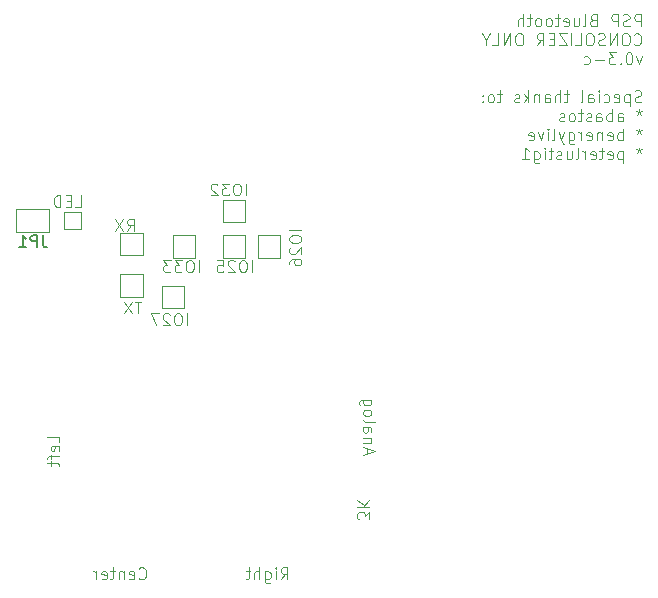
<source format=gbr>
%TF.GenerationSoftware,KiCad,Pcbnew,8.0.4*%
%TF.CreationDate,2025-01-08T21:09:23+00:00*%
%TF.ProjectId,esp32-c,65737033-322d-4632-9e6b-696361645f70,rev?*%
%TF.SameCoordinates,Original*%
%TF.FileFunction,Legend,Bot*%
%TF.FilePolarity,Positive*%
%FSLAX46Y46*%
G04 Gerber Fmt 4.6, Leading zero omitted, Abs format (unit mm)*
G04 Created by KiCad (PCBNEW 8.0.4) date 2025-01-08 21:09:23*
%MOMM*%
%LPD*%
G01*
G04 APERTURE LIST*
%ADD10C,0.100000*%
%ADD11C,0.150000*%
%ADD12C,0.120000*%
%ADD13C,1.800000*%
%ADD14C,1.300000*%
%ADD15O,1.300000X1.800000*%
%ADD16R,1.000000X1.500000*%
%ADD17R,1.500000X1.500000*%
%ADD18R,1.000000X1.000000*%
G04 APERTURE END LIST*
D10*
X136124687Y-124372419D02*
X136458020Y-123896228D01*
X136696115Y-124372419D02*
X136696115Y-123372419D01*
X136696115Y-123372419D02*
X136315163Y-123372419D01*
X136315163Y-123372419D02*
X136219925Y-123420038D01*
X136219925Y-123420038D02*
X136172306Y-123467657D01*
X136172306Y-123467657D02*
X136124687Y-123562895D01*
X136124687Y-123562895D02*
X136124687Y-123705752D01*
X136124687Y-123705752D02*
X136172306Y-123800990D01*
X136172306Y-123800990D02*
X136219925Y-123848609D01*
X136219925Y-123848609D02*
X136315163Y-123896228D01*
X136315163Y-123896228D02*
X136696115Y-123896228D01*
X135696115Y-124372419D02*
X135696115Y-123705752D01*
X135696115Y-123372419D02*
X135743734Y-123420038D01*
X135743734Y-123420038D02*
X135696115Y-123467657D01*
X135696115Y-123467657D02*
X135648496Y-123420038D01*
X135648496Y-123420038D02*
X135696115Y-123372419D01*
X135696115Y-123372419D02*
X135696115Y-123467657D01*
X134791354Y-123705752D02*
X134791354Y-124515276D01*
X134791354Y-124515276D02*
X134838973Y-124610514D01*
X134838973Y-124610514D02*
X134886592Y-124658133D01*
X134886592Y-124658133D02*
X134981830Y-124705752D01*
X134981830Y-124705752D02*
X135124687Y-124705752D01*
X135124687Y-124705752D02*
X135219925Y-124658133D01*
X134791354Y-124324800D02*
X134886592Y-124372419D01*
X134886592Y-124372419D02*
X135077068Y-124372419D01*
X135077068Y-124372419D02*
X135172306Y-124324800D01*
X135172306Y-124324800D02*
X135219925Y-124277180D01*
X135219925Y-124277180D02*
X135267544Y-124181942D01*
X135267544Y-124181942D02*
X135267544Y-123896228D01*
X135267544Y-123896228D02*
X135219925Y-123800990D01*
X135219925Y-123800990D02*
X135172306Y-123753371D01*
X135172306Y-123753371D02*
X135077068Y-123705752D01*
X135077068Y-123705752D02*
X134886592Y-123705752D01*
X134886592Y-123705752D02*
X134791354Y-123753371D01*
X134315163Y-124372419D02*
X134315163Y-123372419D01*
X133886592Y-124372419D02*
X133886592Y-123848609D01*
X133886592Y-123848609D02*
X133934211Y-123753371D01*
X133934211Y-123753371D02*
X134029449Y-123705752D01*
X134029449Y-123705752D02*
X134172306Y-123705752D01*
X134172306Y-123705752D02*
X134267544Y-123753371D01*
X134267544Y-123753371D02*
X134315163Y-123800990D01*
X133553258Y-123705752D02*
X133172306Y-123705752D01*
X133410401Y-123372419D02*
X133410401Y-124229561D01*
X133410401Y-124229561D02*
X133362782Y-124324800D01*
X133362782Y-124324800D02*
X133267544Y-124372419D01*
X133267544Y-124372419D02*
X133172306Y-124372419D01*
X124338972Y-100872419D02*
X123767544Y-100872419D01*
X124053258Y-101872419D02*
X124053258Y-100872419D01*
X123529448Y-100872419D02*
X122862782Y-101872419D01*
X122862782Y-100872419D02*
X123529448Y-101872419D01*
X133196115Y-91872419D02*
X133196115Y-90872419D01*
X132529449Y-90872419D02*
X132338973Y-90872419D01*
X132338973Y-90872419D02*
X132243735Y-90920038D01*
X132243735Y-90920038D02*
X132148497Y-91015276D01*
X132148497Y-91015276D02*
X132100878Y-91205752D01*
X132100878Y-91205752D02*
X132100878Y-91539085D01*
X132100878Y-91539085D02*
X132148497Y-91729561D01*
X132148497Y-91729561D02*
X132243735Y-91824800D01*
X132243735Y-91824800D02*
X132338973Y-91872419D01*
X132338973Y-91872419D02*
X132529449Y-91872419D01*
X132529449Y-91872419D02*
X132624687Y-91824800D01*
X132624687Y-91824800D02*
X132719925Y-91729561D01*
X132719925Y-91729561D02*
X132767544Y-91539085D01*
X132767544Y-91539085D02*
X132767544Y-91205752D01*
X132767544Y-91205752D02*
X132719925Y-91015276D01*
X132719925Y-91015276D02*
X132624687Y-90920038D01*
X132624687Y-90920038D02*
X132529449Y-90872419D01*
X131767544Y-90872419D02*
X131148497Y-90872419D01*
X131148497Y-90872419D02*
X131481830Y-91253371D01*
X131481830Y-91253371D02*
X131338973Y-91253371D01*
X131338973Y-91253371D02*
X131243735Y-91300990D01*
X131243735Y-91300990D02*
X131196116Y-91348609D01*
X131196116Y-91348609D02*
X131148497Y-91443847D01*
X131148497Y-91443847D02*
X131148497Y-91681942D01*
X131148497Y-91681942D02*
X131196116Y-91777180D01*
X131196116Y-91777180D02*
X131243735Y-91824800D01*
X131243735Y-91824800D02*
X131338973Y-91872419D01*
X131338973Y-91872419D02*
X131624687Y-91872419D01*
X131624687Y-91872419D02*
X131719925Y-91824800D01*
X131719925Y-91824800D02*
X131767544Y-91777180D01*
X130767544Y-90967657D02*
X130719925Y-90920038D01*
X130719925Y-90920038D02*
X130624687Y-90872419D01*
X130624687Y-90872419D02*
X130386592Y-90872419D01*
X130386592Y-90872419D02*
X130291354Y-90920038D01*
X130291354Y-90920038D02*
X130243735Y-90967657D01*
X130243735Y-90967657D02*
X130196116Y-91062895D01*
X130196116Y-91062895D02*
X130196116Y-91158133D01*
X130196116Y-91158133D02*
X130243735Y-91300990D01*
X130243735Y-91300990D02*
X130815163Y-91872419D01*
X130815163Y-91872419D02*
X130196116Y-91872419D01*
X118719925Y-92872419D02*
X119196115Y-92872419D01*
X119196115Y-92872419D02*
X119196115Y-91872419D01*
X118386591Y-92348609D02*
X118053258Y-92348609D01*
X117910401Y-92872419D02*
X118386591Y-92872419D01*
X118386591Y-92872419D02*
X118386591Y-91872419D01*
X118386591Y-91872419D02*
X117910401Y-91872419D01*
X117481829Y-92872419D02*
X117481829Y-91872419D01*
X117481829Y-91872419D02*
X117243734Y-91872419D01*
X117243734Y-91872419D02*
X117100877Y-91920038D01*
X117100877Y-91920038D02*
X117005639Y-92015276D01*
X117005639Y-92015276D02*
X116958020Y-92110514D01*
X116958020Y-92110514D02*
X116910401Y-92300990D01*
X116910401Y-92300990D02*
X116910401Y-92443847D01*
X116910401Y-92443847D02*
X116958020Y-92634323D01*
X116958020Y-92634323D02*
X117005639Y-92729561D01*
X117005639Y-92729561D02*
X117100877Y-92824800D01*
X117100877Y-92824800D02*
X117243734Y-92872419D01*
X117243734Y-92872419D02*
X117481829Y-92872419D01*
X123124687Y-94872419D02*
X123458020Y-94396228D01*
X123696115Y-94872419D02*
X123696115Y-93872419D01*
X123696115Y-93872419D02*
X123315163Y-93872419D01*
X123315163Y-93872419D02*
X123219925Y-93920038D01*
X123219925Y-93920038D02*
X123172306Y-93967657D01*
X123172306Y-93967657D02*
X123124687Y-94062895D01*
X123124687Y-94062895D02*
X123124687Y-94205752D01*
X123124687Y-94205752D02*
X123172306Y-94300990D01*
X123172306Y-94300990D02*
X123219925Y-94348609D01*
X123219925Y-94348609D02*
X123315163Y-94396228D01*
X123315163Y-94396228D02*
X123696115Y-94396228D01*
X122791353Y-93872419D02*
X122124687Y-94872419D01*
X122124687Y-93872419D02*
X122791353Y-94872419D01*
X133696115Y-98372419D02*
X133696115Y-97372419D01*
X133029449Y-97372419D02*
X132838973Y-97372419D01*
X132838973Y-97372419D02*
X132743735Y-97420038D01*
X132743735Y-97420038D02*
X132648497Y-97515276D01*
X132648497Y-97515276D02*
X132600878Y-97705752D01*
X132600878Y-97705752D02*
X132600878Y-98039085D01*
X132600878Y-98039085D02*
X132648497Y-98229561D01*
X132648497Y-98229561D02*
X132743735Y-98324800D01*
X132743735Y-98324800D02*
X132838973Y-98372419D01*
X132838973Y-98372419D02*
X133029449Y-98372419D01*
X133029449Y-98372419D02*
X133124687Y-98324800D01*
X133124687Y-98324800D02*
X133219925Y-98229561D01*
X133219925Y-98229561D02*
X133267544Y-98039085D01*
X133267544Y-98039085D02*
X133267544Y-97705752D01*
X133267544Y-97705752D02*
X133219925Y-97515276D01*
X133219925Y-97515276D02*
X133124687Y-97420038D01*
X133124687Y-97420038D02*
X133029449Y-97372419D01*
X132219925Y-97467657D02*
X132172306Y-97420038D01*
X132172306Y-97420038D02*
X132077068Y-97372419D01*
X132077068Y-97372419D02*
X131838973Y-97372419D01*
X131838973Y-97372419D02*
X131743735Y-97420038D01*
X131743735Y-97420038D02*
X131696116Y-97467657D01*
X131696116Y-97467657D02*
X131648497Y-97562895D01*
X131648497Y-97562895D02*
X131648497Y-97658133D01*
X131648497Y-97658133D02*
X131696116Y-97800990D01*
X131696116Y-97800990D02*
X132267544Y-98372419D01*
X132267544Y-98372419D02*
X131648497Y-98372419D01*
X130743735Y-97372419D02*
X131219925Y-97372419D01*
X131219925Y-97372419D02*
X131267544Y-97848609D01*
X131267544Y-97848609D02*
X131219925Y-97800990D01*
X131219925Y-97800990D02*
X131124687Y-97753371D01*
X131124687Y-97753371D02*
X130886592Y-97753371D01*
X130886592Y-97753371D02*
X130791354Y-97800990D01*
X130791354Y-97800990D02*
X130743735Y-97848609D01*
X130743735Y-97848609D02*
X130696116Y-97943847D01*
X130696116Y-97943847D02*
X130696116Y-98181942D01*
X130696116Y-98181942D02*
X130743735Y-98277180D01*
X130743735Y-98277180D02*
X130791354Y-98324800D01*
X130791354Y-98324800D02*
X130886592Y-98372419D01*
X130886592Y-98372419D02*
X131124687Y-98372419D01*
X131124687Y-98372419D02*
X131219925Y-98324800D01*
X131219925Y-98324800D02*
X131267544Y-98277180D01*
X128196115Y-102872419D02*
X128196115Y-101872419D01*
X127529449Y-101872419D02*
X127338973Y-101872419D01*
X127338973Y-101872419D02*
X127243735Y-101920038D01*
X127243735Y-101920038D02*
X127148497Y-102015276D01*
X127148497Y-102015276D02*
X127100878Y-102205752D01*
X127100878Y-102205752D02*
X127100878Y-102539085D01*
X127100878Y-102539085D02*
X127148497Y-102729561D01*
X127148497Y-102729561D02*
X127243735Y-102824800D01*
X127243735Y-102824800D02*
X127338973Y-102872419D01*
X127338973Y-102872419D02*
X127529449Y-102872419D01*
X127529449Y-102872419D02*
X127624687Y-102824800D01*
X127624687Y-102824800D02*
X127719925Y-102729561D01*
X127719925Y-102729561D02*
X127767544Y-102539085D01*
X127767544Y-102539085D02*
X127767544Y-102205752D01*
X127767544Y-102205752D02*
X127719925Y-102015276D01*
X127719925Y-102015276D02*
X127624687Y-101920038D01*
X127624687Y-101920038D02*
X127529449Y-101872419D01*
X126719925Y-101967657D02*
X126672306Y-101920038D01*
X126672306Y-101920038D02*
X126577068Y-101872419D01*
X126577068Y-101872419D02*
X126338973Y-101872419D01*
X126338973Y-101872419D02*
X126243735Y-101920038D01*
X126243735Y-101920038D02*
X126196116Y-101967657D01*
X126196116Y-101967657D02*
X126148497Y-102062895D01*
X126148497Y-102062895D02*
X126148497Y-102158133D01*
X126148497Y-102158133D02*
X126196116Y-102300990D01*
X126196116Y-102300990D02*
X126767544Y-102872419D01*
X126767544Y-102872419D02*
X126148497Y-102872419D01*
X125815163Y-101872419D02*
X125148497Y-101872419D01*
X125148497Y-101872419D02*
X125577068Y-102872419D01*
X166615592Y-77552493D02*
X166615592Y-76552493D01*
X166615592Y-76552493D02*
X166234640Y-76552493D01*
X166234640Y-76552493D02*
X166139402Y-76600112D01*
X166139402Y-76600112D02*
X166091783Y-76647731D01*
X166091783Y-76647731D02*
X166044164Y-76742969D01*
X166044164Y-76742969D02*
X166044164Y-76885826D01*
X166044164Y-76885826D02*
X166091783Y-76981064D01*
X166091783Y-76981064D02*
X166139402Y-77028683D01*
X166139402Y-77028683D02*
X166234640Y-77076302D01*
X166234640Y-77076302D02*
X166615592Y-77076302D01*
X165663211Y-77504874D02*
X165520354Y-77552493D01*
X165520354Y-77552493D02*
X165282259Y-77552493D01*
X165282259Y-77552493D02*
X165187021Y-77504874D01*
X165187021Y-77504874D02*
X165139402Y-77457254D01*
X165139402Y-77457254D02*
X165091783Y-77362016D01*
X165091783Y-77362016D02*
X165091783Y-77266778D01*
X165091783Y-77266778D02*
X165139402Y-77171540D01*
X165139402Y-77171540D02*
X165187021Y-77123921D01*
X165187021Y-77123921D02*
X165282259Y-77076302D01*
X165282259Y-77076302D02*
X165472735Y-77028683D01*
X165472735Y-77028683D02*
X165567973Y-76981064D01*
X165567973Y-76981064D02*
X165615592Y-76933445D01*
X165615592Y-76933445D02*
X165663211Y-76838207D01*
X165663211Y-76838207D02*
X165663211Y-76742969D01*
X165663211Y-76742969D02*
X165615592Y-76647731D01*
X165615592Y-76647731D02*
X165567973Y-76600112D01*
X165567973Y-76600112D02*
X165472735Y-76552493D01*
X165472735Y-76552493D02*
X165234640Y-76552493D01*
X165234640Y-76552493D02*
X165091783Y-76600112D01*
X164663211Y-77552493D02*
X164663211Y-76552493D01*
X164663211Y-76552493D02*
X164282259Y-76552493D01*
X164282259Y-76552493D02*
X164187021Y-76600112D01*
X164187021Y-76600112D02*
X164139402Y-76647731D01*
X164139402Y-76647731D02*
X164091783Y-76742969D01*
X164091783Y-76742969D02*
X164091783Y-76885826D01*
X164091783Y-76885826D02*
X164139402Y-76981064D01*
X164139402Y-76981064D02*
X164187021Y-77028683D01*
X164187021Y-77028683D02*
X164282259Y-77076302D01*
X164282259Y-77076302D02*
X164663211Y-77076302D01*
X162567973Y-77028683D02*
X162425116Y-77076302D01*
X162425116Y-77076302D02*
X162377497Y-77123921D01*
X162377497Y-77123921D02*
X162329878Y-77219159D01*
X162329878Y-77219159D02*
X162329878Y-77362016D01*
X162329878Y-77362016D02*
X162377497Y-77457254D01*
X162377497Y-77457254D02*
X162425116Y-77504874D01*
X162425116Y-77504874D02*
X162520354Y-77552493D01*
X162520354Y-77552493D02*
X162901306Y-77552493D01*
X162901306Y-77552493D02*
X162901306Y-76552493D01*
X162901306Y-76552493D02*
X162567973Y-76552493D01*
X162567973Y-76552493D02*
X162472735Y-76600112D01*
X162472735Y-76600112D02*
X162425116Y-76647731D01*
X162425116Y-76647731D02*
X162377497Y-76742969D01*
X162377497Y-76742969D02*
X162377497Y-76838207D01*
X162377497Y-76838207D02*
X162425116Y-76933445D01*
X162425116Y-76933445D02*
X162472735Y-76981064D01*
X162472735Y-76981064D02*
X162567973Y-77028683D01*
X162567973Y-77028683D02*
X162901306Y-77028683D01*
X161758449Y-77552493D02*
X161853687Y-77504874D01*
X161853687Y-77504874D02*
X161901306Y-77409635D01*
X161901306Y-77409635D02*
X161901306Y-76552493D01*
X160948925Y-76885826D02*
X160948925Y-77552493D01*
X161377496Y-76885826D02*
X161377496Y-77409635D01*
X161377496Y-77409635D02*
X161329877Y-77504874D01*
X161329877Y-77504874D02*
X161234639Y-77552493D01*
X161234639Y-77552493D02*
X161091782Y-77552493D01*
X161091782Y-77552493D02*
X160996544Y-77504874D01*
X160996544Y-77504874D02*
X160948925Y-77457254D01*
X160091782Y-77504874D02*
X160187020Y-77552493D01*
X160187020Y-77552493D02*
X160377496Y-77552493D01*
X160377496Y-77552493D02*
X160472734Y-77504874D01*
X160472734Y-77504874D02*
X160520353Y-77409635D01*
X160520353Y-77409635D02*
X160520353Y-77028683D01*
X160520353Y-77028683D02*
X160472734Y-76933445D01*
X160472734Y-76933445D02*
X160377496Y-76885826D01*
X160377496Y-76885826D02*
X160187020Y-76885826D01*
X160187020Y-76885826D02*
X160091782Y-76933445D01*
X160091782Y-76933445D02*
X160044163Y-77028683D01*
X160044163Y-77028683D02*
X160044163Y-77123921D01*
X160044163Y-77123921D02*
X160520353Y-77219159D01*
X159758448Y-76885826D02*
X159377496Y-76885826D01*
X159615591Y-76552493D02*
X159615591Y-77409635D01*
X159615591Y-77409635D02*
X159567972Y-77504874D01*
X159567972Y-77504874D02*
X159472734Y-77552493D01*
X159472734Y-77552493D02*
X159377496Y-77552493D01*
X158901305Y-77552493D02*
X158996543Y-77504874D01*
X158996543Y-77504874D02*
X159044162Y-77457254D01*
X159044162Y-77457254D02*
X159091781Y-77362016D01*
X159091781Y-77362016D02*
X159091781Y-77076302D01*
X159091781Y-77076302D02*
X159044162Y-76981064D01*
X159044162Y-76981064D02*
X158996543Y-76933445D01*
X158996543Y-76933445D02*
X158901305Y-76885826D01*
X158901305Y-76885826D02*
X158758448Y-76885826D01*
X158758448Y-76885826D02*
X158663210Y-76933445D01*
X158663210Y-76933445D02*
X158615591Y-76981064D01*
X158615591Y-76981064D02*
X158567972Y-77076302D01*
X158567972Y-77076302D02*
X158567972Y-77362016D01*
X158567972Y-77362016D02*
X158615591Y-77457254D01*
X158615591Y-77457254D02*
X158663210Y-77504874D01*
X158663210Y-77504874D02*
X158758448Y-77552493D01*
X158758448Y-77552493D02*
X158901305Y-77552493D01*
X157996543Y-77552493D02*
X158091781Y-77504874D01*
X158091781Y-77504874D02*
X158139400Y-77457254D01*
X158139400Y-77457254D02*
X158187019Y-77362016D01*
X158187019Y-77362016D02*
X158187019Y-77076302D01*
X158187019Y-77076302D02*
X158139400Y-76981064D01*
X158139400Y-76981064D02*
X158091781Y-76933445D01*
X158091781Y-76933445D02*
X157996543Y-76885826D01*
X157996543Y-76885826D02*
X157853686Y-76885826D01*
X157853686Y-76885826D02*
X157758448Y-76933445D01*
X157758448Y-76933445D02*
X157710829Y-76981064D01*
X157710829Y-76981064D02*
X157663210Y-77076302D01*
X157663210Y-77076302D02*
X157663210Y-77362016D01*
X157663210Y-77362016D02*
X157710829Y-77457254D01*
X157710829Y-77457254D02*
X157758448Y-77504874D01*
X157758448Y-77504874D02*
X157853686Y-77552493D01*
X157853686Y-77552493D02*
X157996543Y-77552493D01*
X157377495Y-76885826D02*
X156996543Y-76885826D01*
X157234638Y-76552493D02*
X157234638Y-77409635D01*
X157234638Y-77409635D02*
X157187019Y-77504874D01*
X157187019Y-77504874D02*
X157091781Y-77552493D01*
X157091781Y-77552493D02*
X156996543Y-77552493D01*
X156663209Y-77552493D02*
X156663209Y-76552493D01*
X156234638Y-77552493D02*
X156234638Y-77028683D01*
X156234638Y-77028683D02*
X156282257Y-76933445D01*
X156282257Y-76933445D02*
X156377495Y-76885826D01*
X156377495Y-76885826D02*
X156520352Y-76885826D01*
X156520352Y-76885826D02*
X156615590Y-76933445D01*
X156615590Y-76933445D02*
X156663209Y-76981064D01*
X166044164Y-79067198D02*
X166091783Y-79114818D01*
X166091783Y-79114818D02*
X166234640Y-79162437D01*
X166234640Y-79162437D02*
X166329878Y-79162437D01*
X166329878Y-79162437D02*
X166472735Y-79114818D01*
X166472735Y-79114818D02*
X166567973Y-79019579D01*
X166567973Y-79019579D02*
X166615592Y-78924341D01*
X166615592Y-78924341D02*
X166663211Y-78733865D01*
X166663211Y-78733865D02*
X166663211Y-78591008D01*
X166663211Y-78591008D02*
X166615592Y-78400532D01*
X166615592Y-78400532D02*
X166567973Y-78305294D01*
X166567973Y-78305294D02*
X166472735Y-78210056D01*
X166472735Y-78210056D02*
X166329878Y-78162437D01*
X166329878Y-78162437D02*
X166234640Y-78162437D01*
X166234640Y-78162437D02*
X166091783Y-78210056D01*
X166091783Y-78210056D02*
X166044164Y-78257675D01*
X165425116Y-78162437D02*
X165234640Y-78162437D01*
X165234640Y-78162437D02*
X165139402Y-78210056D01*
X165139402Y-78210056D02*
X165044164Y-78305294D01*
X165044164Y-78305294D02*
X164996545Y-78495770D01*
X164996545Y-78495770D02*
X164996545Y-78829103D01*
X164996545Y-78829103D02*
X165044164Y-79019579D01*
X165044164Y-79019579D02*
X165139402Y-79114818D01*
X165139402Y-79114818D02*
X165234640Y-79162437D01*
X165234640Y-79162437D02*
X165425116Y-79162437D01*
X165425116Y-79162437D02*
X165520354Y-79114818D01*
X165520354Y-79114818D02*
X165615592Y-79019579D01*
X165615592Y-79019579D02*
X165663211Y-78829103D01*
X165663211Y-78829103D02*
X165663211Y-78495770D01*
X165663211Y-78495770D02*
X165615592Y-78305294D01*
X165615592Y-78305294D02*
X165520354Y-78210056D01*
X165520354Y-78210056D02*
X165425116Y-78162437D01*
X164567973Y-79162437D02*
X164567973Y-78162437D01*
X164567973Y-78162437D02*
X163996545Y-79162437D01*
X163996545Y-79162437D02*
X163996545Y-78162437D01*
X163567973Y-79114818D02*
X163425116Y-79162437D01*
X163425116Y-79162437D02*
X163187021Y-79162437D01*
X163187021Y-79162437D02*
X163091783Y-79114818D01*
X163091783Y-79114818D02*
X163044164Y-79067198D01*
X163044164Y-79067198D02*
X162996545Y-78971960D01*
X162996545Y-78971960D02*
X162996545Y-78876722D01*
X162996545Y-78876722D02*
X163044164Y-78781484D01*
X163044164Y-78781484D02*
X163091783Y-78733865D01*
X163091783Y-78733865D02*
X163187021Y-78686246D01*
X163187021Y-78686246D02*
X163377497Y-78638627D01*
X163377497Y-78638627D02*
X163472735Y-78591008D01*
X163472735Y-78591008D02*
X163520354Y-78543389D01*
X163520354Y-78543389D02*
X163567973Y-78448151D01*
X163567973Y-78448151D02*
X163567973Y-78352913D01*
X163567973Y-78352913D02*
X163520354Y-78257675D01*
X163520354Y-78257675D02*
X163472735Y-78210056D01*
X163472735Y-78210056D02*
X163377497Y-78162437D01*
X163377497Y-78162437D02*
X163139402Y-78162437D01*
X163139402Y-78162437D02*
X162996545Y-78210056D01*
X162377497Y-78162437D02*
X162187021Y-78162437D01*
X162187021Y-78162437D02*
X162091783Y-78210056D01*
X162091783Y-78210056D02*
X161996545Y-78305294D01*
X161996545Y-78305294D02*
X161948926Y-78495770D01*
X161948926Y-78495770D02*
X161948926Y-78829103D01*
X161948926Y-78829103D02*
X161996545Y-79019579D01*
X161996545Y-79019579D02*
X162091783Y-79114818D01*
X162091783Y-79114818D02*
X162187021Y-79162437D01*
X162187021Y-79162437D02*
X162377497Y-79162437D01*
X162377497Y-79162437D02*
X162472735Y-79114818D01*
X162472735Y-79114818D02*
X162567973Y-79019579D01*
X162567973Y-79019579D02*
X162615592Y-78829103D01*
X162615592Y-78829103D02*
X162615592Y-78495770D01*
X162615592Y-78495770D02*
X162567973Y-78305294D01*
X162567973Y-78305294D02*
X162472735Y-78210056D01*
X162472735Y-78210056D02*
X162377497Y-78162437D01*
X161044164Y-79162437D02*
X161520354Y-79162437D01*
X161520354Y-79162437D02*
X161520354Y-78162437D01*
X160710830Y-79162437D02*
X160710830Y-78162437D01*
X160329878Y-78162437D02*
X159663212Y-78162437D01*
X159663212Y-78162437D02*
X160329878Y-79162437D01*
X160329878Y-79162437D02*
X159663212Y-79162437D01*
X159282259Y-78638627D02*
X158948926Y-78638627D01*
X158806069Y-79162437D02*
X159282259Y-79162437D01*
X159282259Y-79162437D02*
X159282259Y-78162437D01*
X159282259Y-78162437D02*
X158806069Y-78162437D01*
X157806069Y-79162437D02*
X158139402Y-78686246D01*
X158377497Y-79162437D02*
X158377497Y-78162437D01*
X158377497Y-78162437D02*
X157996545Y-78162437D01*
X157996545Y-78162437D02*
X157901307Y-78210056D01*
X157901307Y-78210056D02*
X157853688Y-78257675D01*
X157853688Y-78257675D02*
X157806069Y-78352913D01*
X157806069Y-78352913D02*
X157806069Y-78495770D01*
X157806069Y-78495770D02*
X157853688Y-78591008D01*
X157853688Y-78591008D02*
X157901307Y-78638627D01*
X157901307Y-78638627D02*
X157996545Y-78686246D01*
X157996545Y-78686246D02*
X158377497Y-78686246D01*
X156425116Y-78162437D02*
X156234640Y-78162437D01*
X156234640Y-78162437D02*
X156139402Y-78210056D01*
X156139402Y-78210056D02*
X156044164Y-78305294D01*
X156044164Y-78305294D02*
X155996545Y-78495770D01*
X155996545Y-78495770D02*
X155996545Y-78829103D01*
X155996545Y-78829103D02*
X156044164Y-79019579D01*
X156044164Y-79019579D02*
X156139402Y-79114818D01*
X156139402Y-79114818D02*
X156234640Y-79162437D01*
X156234640Y-79162437D02*
X156425116Y-79162437D01*
X156425116Y-79162437D02*
X156520354Y-79114818D01*
X156520354Y-79114818D02*
X156615592Y-79019579D01*
X156615592Y-79019579D02*
X156663211Y-78829103D01*
X156663211Y-78829103D02*
X156663211Y-78495770D01*
X156663211Y-78495770D02*
X156615592Y-78305294D01*
X156615592Y-78305294D02*
X156520354Y-78210056D01*
X156520354Y-78210056D02*
X156425116Y-78162437D01*
X155567973Y-79162437D02*
X155567973Y-78162437D01*
X155567973Y-78162437D02*
X154996545Y-79162437D01*
X154996545Y-79162437D02*
X154996545Y-78162437D01*
X154044164Y-79162437D02*
X154520354Y-79162437D01*
X154520354Y-79162437D02*
X154520354Y-78162437D01*
X153520354Y-78686246D02*
X153520354Y-79162437D01*
X153853687Y-78162437D02*
X153520354Y-78686246D01*
X153520354Y-78686246D02*
X153187021Y-78162437D01*
X166710830Y-80105714D02*
X166472735Y-80772381D01*
X166472735Y-80772381D02*
X166234640Y-80105714D01*
X165663211Y-79772381D02*
X165567973Y-79772381D01*
X165567973Y-79772381D02*
X165472735Y-79820000D01*
X165472735Y-79820000D02*
X165425116Y-79867619D01*
X165425116Y-79867619D02*
X165377497Y-79962857D01*
X165377497Y-79962857D02*
X165329878Y-80153333D01*
X165329878Y-80153333D02*
X165329878Y-80391428D01*
X165329878Y-80391428D02*
X165377497Y-80581904D01*
X165377497Y-80581904D02*
X165425116Y-80677142D01*
X165425116Y-80677142D02*
X165472735Y-80724762D01*
X165472735Y-80724762D02*
X165567973Y-80772381D01*
X165567973Y-80772381D02*
X165663211Y-80772381D01*
X165663211Y-80772381D02*
X165758449Y-80724762D01*
X165758449Y-80724762D02*
X165806068Y-80677142D01*
X165806068Y-80677142D02*
X165853687Y-80581904D01*
X165853687Y-80581904D02*
X165901306Y-80391428D01*
X165901306Y-80391428D02*
X165901306Y-80153333D01*
X165901306Y-80153333D02*
X165853687Y-79962857D01*
X165853687Y-79962857D02*
X165806068Y-79867619D01*
X165806068Y-79867619D02*
X165758449Y-79820000D01*
X165758449Y-79820000D02*
X165663211Y-79772381D01*
X164901306Y-80677142D02*
X164853687Y-80724762D01*
X164853687Y-80724762D02*
X164901306Y-80772381D01*
X164901306Y-80772381D02*
X164948925Y-80724762D01*
X164948925Y-80724762D02*
X164901306Y-80677142D01*
X164901306Y-80677142D02*
X164901306Y-80772381D01*
X164520354Y-79772381D02*
X163901307Y-79772381D01*
X163901307Y-79772381D02*
X164234640Y-80153333D01*
X164234640Y-80153333D02*
X164091783Y-80153333D01*
X164091783Y-80153333D02*
X163996545Y-80200952D01*
X163996545Y-80200952D02*
X163948926Y-80248571D01*
X163948926Y-80248571D02*
X163901307Y-80343809D01*
X163901307Y-80343809D02*
X163901307Y-80581904D01*
X163901307Y-80581904D02*
X163948926Y-80677142D01*
X163948926Y-80677142D02*
X163996545Y-80724762D01*
X163996545Y-80724762D02*
X164091783Y-80772381D01*
X164091783Y-80772381D02*
X164377497Y-80772381D01*
X164377497Y-80772381D02*
X164472735Y-80724762D01*
X164472735Y-80724762D02*
X164520354Y-80677142D01*
X163472735Y-80391428D02*
X162710831Y-80391428D01*
X161806069Y-80724762D02*
X161901307Y-80772381D01*
X161901307Y-80772381D02*
X162091783Y-80772381D01*
X162091783Y-80772381D02*
X162187021Y-80724762D01*
X162187021Y-80724762D02*
X162234640Y-80677142D01*
X162234640Y-80677142D02*
X162282259Y-80581904D01*
X162282259Y-80581904D02*
X162282259Y-80296190D01*
X162282259Y-80296190D02*
X162234640Y-80200952D01*
X162234640Y-80200952D02*
X162187021Y-80153333D01*
X162187021Y-80153333D02*
X162091783Y-80105714D01*
X162091783Y-80105714D02*
X161901307Y-80105714D01*
X161901307Y-80105714D02*
X161806069Y-80153333D01*
X166663211Y-83944650D02*
X166520354Y-83992269D01*
X166520354Y-83992269D02*
X166282259Y-83992269D01*
X166282259Y-83992269D02*
X166187021Y-83944650D01*
X166187021Y-83944650D02*
X166139402Y-83897030D01*
X166139402Y-83897030D02*
X166091783Y-83801792D01*
X166091783Y-83801792D02*
X166091783Y-83706554D01*
X166091783Y-83706554D02*
X166139402Y-83611316D01*
X166139402Y-83611316D02*
X166187021Y-83563697D01*
X166187021Y-83563697D02*
X166282259Y-83516078D01*
X166282259Y-83516078D02*
X166472735Y-83468459D01*
X166472735Y-83468459D02*
X166567973Y-83420840D01*
X166567973Y-83420840D02*
X166615592Y-83373221D01*
X166615592Y-83373221D02*
X166663211Y-83277983D01*
X166663211Y-83277983D02*
X166663211Y-83182745D01*
X166663211Y-83182745D02*
X166615592Y-83087507D01*
X166615592Y-83087507D02*
X166567973Y-83039888D01*
X166567973Y-83039888D02*
X166472735Y-82992269D01*
X166472735Y-82992269D02*
X166234640Y-82992269D01*
X166234640Y-82992269D02*
X166091783Y-83039888D01*
X165663211Y-83325602D02*
X165663211Y-84325602D01*
X165663211Y-83373221D02*
X165567973Y-83325602D01*
X165567973Y-83325602D02*
X165377497Y-83325602D01*
X165377497Y-83325602D02*
X165282259Y-83373221D01*
X165282259Y-83373221D02*
X165234640Y-83420840D01*
X165234640Y-83420840D02*
X165187021Y-83516078D01*
X165187021Y-83516078D02*
X165187021Y-83801792D01*
X165187021Y-83801792D02*
X165234640Y-83897030D01*
X165234640Y-83897030D02*
X165282259Y-83944650D01*
X165282259Y-83944650D02*
X165377497Y-83992269D01*
X165377497Y-83992269D02*
X165567973Y-83992269D01*
X165567973Y-83992269D02*
X165663211Y-83944650D01*
X164377497Y-83944650D02*
X164472735Y-83992269D01*
X164472735Y-83992269D02*
X164663211Y-83992269D01*
X164663211Y-83992269D02*
X164758449Y-83944650D01*
X164758449Y-83944650D02*
X164806068Y-83849411D01*
X164806068Y-83849411D02*
X164806068Y-83468459D01*
X164806068Y-83468459D02*
X164758449Y-83373221D01*
X164758449Y-83373221D02*
X164663211Y-83325602D01*
X164663211Y-83325602D02*
X164472735Y-83325602D01*
X164472735Y-83325602D02*
X164377497Y-83373221D01*
X164377497Y-83373221D02*
X164329878Y-83468459D01*
X164329878Y-83468459D02*
X164329878Y-83563697D01*
X164329878Y-83563697D02*
X164806068Y-83658935D01*
X163472735Y-83944650D02*
X163567973Y-83992269D01*
X163567973Y-83992269D02*
X163758449Y-83992269D01*
X163758449Y-83992269D02*
X163853687Y-83944650D01*
X163853687Y-83944650D02*
X163901306Y-83897030D01*
X163901306Y-83897030D02*
X163948925Y-83801792D01*
X163948925Y-83801792D02*
X163948925Y-83516078D01*
X163948925Y-83516078D02*
X163901306Y-83420840D01*
X163901306Y-83420840D02*
X163853687Y-83373221D01*
X163853687Y-83373221D02*
X163758449Y-83325602D01*
X163758449Y-83325602D02*
X163567973Y-83325602D01*
X163567973Y-83325602D02*
X163472735Y-83373221D01*
X163044163Y-83992269D02*
X163044163Y-83325602D01*
X163044163Y-82992269D02*
X163091782Y-83039888D01*
X163091782Y-83039888D02*
X163044163Y-83087507D01*
X163044163Y-83087507D02*
X162996544Y-83039888D01*
X162996544Y-83039888D02*
X163044163Y-82992269D01*
X163044163Y-82992269D02*
X163044163Y-83087507D01*
X162139402Y-83992269D02*
X162139402Y-83468459D01*
X162139402Y-83468459D02*
X162187021Y-83373221D01*
X162187021Y-83373221D02*
X162282259Y-83325602D01*
X162282259Y-83325602D02*
X162472735Y-83325602D01*
X162472735Y-83325602D02*
X162567973Y-83373221D01*
X162139402Y-83944650D02*
X162234640Y-83992269D01*
X162234640Y-83992269D02*
X162472735Y-83992269D01*
X162472735Y-83992269D02*
X162567973Y-83944650D01*
X162567973Y-83944650D02*
X162615592Y-83849411D01*
X162615592Y-83849411D02*
X162615592Y-83754173D01*
X162615592Y-83754173D02*
X162567973Y-83658935D01*
X162567973Y-83658935D02*
X162472735Y-83611316D01*
X162472735Y-83611316D02*
X162234640Y-83611316D01*
X162234640Y-83611316D02*
X162139402Y-83563697D01*
X161520354Y-83992269D02*
X161615592Y-83944650D01*
X161615592Y-83944650D02*
X161663211Y-83849411D01*
X161663211Y-83849411D02*
X161663211Y-82992269D01*
X160520353Y-83325602D02*
X160139401Y-83325602D01*
X160377496Y-82992269D02*
X160377496Y-83849411D01*
X160377496Y-83849411D02*
X160329877Y-83944650D01*
X160329877Y-83944650D02*
X160234639Y-83992269D01*
X160234639Y-83992269D02*
X160139401Y-83992269D01*
X159806067Y-83992269D02*
X159806067Y-82992269D01*
X159377496Y-83992269D02*
X159377496Y-83468459D01*
X159377496Y-83468459D02*
X159425115Y-83373221D01*
X159425115Y-83373221D02*
X159520353Y-83325602D01*
X159520353Y-83325602D02*
X159663210Y-83325602D01*
X159663210Y-83325602D02*
X159758448Y-83373221D01*
X159758448Y-83373221D02*
X159806067Y-83420840D01*
X158472734Y-83992269D02*
X158472734Y-83468459D01*
X158472734Y-83468459D02*
X158520353Y-83373221D01*
X158520353Y-83373221D02*
X158615591Y-83325602D01*
X158615591Y-83325602D02*
X158806067Y-83325602D01*
X158806067Y-83325602D02*
X158901305Y-83373221D01*
X158472734Y-83944650D02*
X158567972Y-83992269D01*
X158567972Y-83992269D02*
X158806067Y-83992269D01*
X158806067Y-83992269D02*
X158901305Y-83944650D01*
X158901305Y-83944650D02*
X158948924Y-83849411D01*
X158948924Y-83849411D02*
X158948924Y-83754173D01*
X158948924Y-83754173D02*
X158901305Y-83658935D01*
X158901305Y-83658935D02*
X158806067Y-83611316D01*
X158806067Y-83611316D02*
X158567972Y-83611316D01*
X158567972Y-83611316D02*
X158472734Y-83563697D01*
X157996543Y-83325602D02*
X157996543Y-83992269D01*
X157996543Y-83420840D02*
X157948924Y-83373221D01*
X157948924Y-83373221D02*
X157853686Y-83325602D01*
X157853686Y-83325602D02*
X157710829Y-83325602D01*
X157710829Y-83325602D02*
X157615591Y-83373221D01*
X157615591Y-83373221D02*
X157567972Y-83468459D01*
X157567972Y-83468459D02*
X157567972Y-83992269D01*
X157091781Y-83992269D02*
X157091781Y-82992269D01*
X156996543Y-83611316D02*
X156710829Y-83992269D01*
X156710829Y-83325602D02*
X157091781Y-83706554D01*
X156329876Y-83944650D02*
X156234638Y-83992269D01*
X156234638Y-83992269D02*
X156044162Y-83992269D01*
X156044162Y-83992269D02*
X155948924Y-83944650D01*
X155948924Y-83944650D02*
X155901305Y-83849411D01*
X155901305Y-83849411D02*
X155901305Y-83801792D01*
X155901305Y-83801792D02*
X155948924Y-83706554D01*
X155948924Y-83706554D02*
X156044162Y-83658935D01*
X156044162Y-83658935D02*
X156187019Y-83658935D01*
X156187019Y-83658935D02*
X156282257Y-83611316D01*
X156282257Y-83611316D02*
X156329876Y-83516078D01*
X156329876Y-83516078D02*
X156329876Y-83468459D01*
X156329876Y-83468459D02*
X156282257Y-83373221D01*
X156282257Y-83373221D02*
X156187019Y-83325602D01*
X156187019Y-83325602D02*
X156044162Y-83325602D01*
X156044162Y-83325602D02*
X155948924Y-83373221D01*
X154853685Y-83325602D02*
X154472733Y-83325602D01*
X154710828Y-82992269D02*
X154710828Y-83849411D01*
X154710828Y-83849411D02*
X154663209Y-83944650D01*
X154663209Y-83944650D02*
X154567971Y-83992269D01*
X154567971Y-83992269D02*
X154472733Y-83992269D01*
X153996542Y-83992269D02*
X154091780Y-83944650D01*
X154091780Y-83944650D02*
X154139399Y-83897030D01*
X154139399Y-83897030D02*
X154187018Y-83801792D01*
X154187018Y-83801792D02*
X154187018Y-83516078D01*
X154187018Y-83516078D02*
X154139399Y-83420840D01*
X154139399Y-83420840D02*
X154091780Y-83373221D01*
X154091780Y-83373221D02*
X153996542Y-83325602D01*
X153996542Y-83325602D02*
X153853685Y-83325602D01*
X153853685Y-83325602D02*
X153758447Y-83373221D01*
X153758447Y-83373221D02*
X153710828Y-83420840D01*
X153710828Y-83420840D02*
X153663209Y-83516078D01*
X153663209Y-83516078D02*
X153663209Y-83801792D01*
X153663209Y-83801792D02*
X153710828Y-83897030D01*
X153710828Y-83897030D02*
X153758447Y-83944650D01*
X153758447Y-83944650D02*
X153853685Y-83992269D01*
X153853685Y-83992269D02*
X153996542Y-83992269D01*
X153234637Y-83897030D02*
X153187018Y-83944650D01*
X153187018Y-83944650D02*
X153234637Y-83992269D01*
X153234637Y-83992269D02*
X153282256Y-83944650D01*
X153282256Y-83944650D02*
X153234637Y-83897030D01*
X153234637Y-83897030D02*
X153234637Y-83992269D01*
X153234637Y-83373221D02*
X153187018Y-83420840D01*
X153187018Y-83420840D02*
X153234637Y-83468459D01*
X153234637Y-83468459D02*
X153282256Y-83420840D01*
X153282256Y-83420840D02*
X153234637Y-83373221D01*
X153234637Y-83373221D02*
X153234637Y-83468459D01*
X166472735Y-84602213D02*
X166472735Y-84840308D01*
X166710830Y-84745070D02*
X166472735Y-84840308D01*
X166472735Y-84840308D02*
X166234640Y-84745070D01*
X166615592Y-85030784D02*
X166472735Y-84840308D01*
X166472735Y-84840308D02*
X166329878Y-85030784D01*
X164663211Y-85602213D02*
X164663211Y-85078403D01*
X164663211Y-85078403D02*
X164710830Y-84983165D01*
X164710830Y-84983165D02*
X164806068Y-84935546D01*
X164806068Y-84935546D02*
X164996544Y-84935546D01*
X164996544Y-84935546D02*
X165091782Y-84983165D01*
X164663211Y-85554594D02*
X164758449Y-85602213D01*
X164758449Y-85602213D02*
X164996544Y-85602213D01*
X164996544Y-85602213D02*
X165091782Y-85554594D01*
X165091782Y-85554594D02*
X165139401Y-85459355D01*
X165139401Y-85459355D02*
X165139401Y-85364117D01*
X165139401Y-85364117D02*
X165091782Y-85268879D01*
X165091782Y-85268879D02*
X164996544Y-85221260D01*
X164996544Y-85221260D02*
X164758449Y-85221260D01*
X164758449Y-85221260D02*
X164663211Y-85173641D01*
X164187020Y-85602213D02*
X164187020Y-84602213D01*
X164187020Y-84983165D02*
X164091782Y-84935546D01*
X164091782Y-84935546D02*
X163901306Y-84935546D01*
X163901306Y-84935546D02*
X163806068Y-84983165D01*
X163806068Y-84983165D02*
X163758449Y-85030784D01*
X163758449Y-85030784D02*
X163710830Y-85126022D01*
X163710830Y-85126022D02*
X163710830Y-85411736D01*
X163710830Y-85411736D02*
X163758449Y-85506974D01*
X163758449Y-85506974D02*
X163806068Y-85554594D01*
X163806068Y-85554594D02*
X163901306Y-85602213D01*
X163901306Y-85602213D02*
X164091782Y-85602213D01*
X164091782Y-85602213D02*
X164187020Y-85554594D01*
X162853687Y-85602213D02*
X162853687Y-85078403D01*
X162853687Y-85078403D02*
X162901306Y-84983165D01*
X162901306Y-84983165D02*
X162996544Y-84935546D01*
X162996544Y-84935546D02*
X163187020Y-84935546D01*
X163187020Y-84935546D02*
X163282258Y-84983165D01*
X162853687Y-85554594D02*
X162948925Y-85602213D01*
X162948925Y-85602213D02*
X163187020Y-85602213D01*
X163187020Y-85602213D02*
X163282258Y-85554594D01*
X163282258Y-85554594D02*
X163329877Y-85459355D01*
X163329877Y-85459355D02*
X163329877Y-85364117D01*
X163329877Y-85364117D02*
X163282258Y-85268879D01*
X163282258Y-85268879D02*
X163187020Y-85221260D01*
X163187020Y-85221260D02*
X162948925Y-85221260D01*
X162948925Y-85221260D02*
X162853687Y-85173641D01*
X162425115Y-85554594D02*
X162329877Y-85602213D01*
X162329877Y-85602213D02*
X162139401Y-85602213D01*
X162139401Y-85602213D02*
X162044163Y-85554594D01*
X162044163Y-85554594D02*
X161996544Y-85459355D01*
X161996544Y-85459355D02*
X161996544Y-85411736D01*
X161996544Y-85411736D02*
X162044163Y-85316498D01*
X162044163Y-85316498D02*
X162139401Y-85268879D01*
X162139401Y-85268879D02*
X162282258Y-85268879D01*
X162282258Y-85268879D02*
X162377496Y-85221260D01*
X162377496Y-85221260D02*
X162425115Y-85126022D01*
X162425115Y-85126022D02*
X162425115Y-85078403D01*
X162425115Y-85078403D02*
X162377496Y-84983165D01*
X162377496Y-84983165D02*
X162282258Y-84935546D01*
X162282258Y-84935546D02*
X162139401Y-84935546D01*
X162139401Y-84935546D02*
X162044163Y-84983165D01*
X161710829Y-84935546D02*
X161329877Y-84935546D01*
X161567972Y-84602213D02*
X161567972Y-85459355D01*
X161567972Y-85459355D02*
X161520353Y-85554594D01*
X161520353Y-85554594D02*
X161425115Y-85602213D01*
X161425115Y-85602213D02*
X161329877Y-85602213D01*
X160853686Y-85602213D02*
X160948924Y-85554594D01*
X160948924Y-85554594D02*
X160996543Y-85506974D01*
X160996543Y-85506974D02*
X161044162Y-85411736D01*
X161044162Y-85411736D02*
X161044162Y-85126022D01*
X161044162Y-85126022D02*
X160996543Y-85030784D01*
X160996543Y-85030784D02*
X160948924Y-84983165D01*
X160948924Y-84983165D02*
X160853686Y-84935546D01*
X160853686Y-84935546D02*
X160710829Y-84935546D01*
X160710829Y-84935546D02*
X160615591Y-84983165D01*
X160615591Y-84983165D02*
X160567972Y-85030784D01*
X160567972Y-85030784D02*
X160520353Y-85126022D01*
X160520353Y-85126022D02*
X160520353Y-85411736D01*
X160520353Y-85411736D02*
X160567972Y-85506974D01*
X160567972Y-85506974D02*
X160615591Y-85554594D01*
X160615591Y-85554594D02*
X160710829Y-85602213D01*
X160710829Y-85602213D02*
X160853686Y-85602213D01*
X160139400Y-85554594D02*
X160044162Y-85602213D01*
X160044162Y-85602213D02*
X159853686Y-85602213D01*
X159853686Y-85602213D02*
X159758448Y-85554594D01*
X159758448Y-85554594D02*
X159710829Y-85459355D01*
X159710829Y-85459355D02*
X159710829Y-85411736D01*
X159710829Y-85411736D02*
X159758448Y-85316498D01*
X159758448Y-85316498D02*
X159853686Y-85268879D01*
X159853686Y-85268879D02*
X159996543Y-85268879D01*
X159996543Y-85268879D02*
X160091781Y-85221260D01*
X160091781Y-85221260D02*
X160139400Y-85126022D01*
X160139400Y-85126022D02*
X160139400Y-85078403D01*
X160139400Y-85078403D02*
X160091781Y-84983165D01*
X160091781Y-84983165D02*
X159996543Y-84935546D01*
X159996543Y-84935546D02*
X159853686Y-84935546D01*
X159853686Y-84935546D02*
X159758448Y-84983165D01*
X166472735Y-86212157D02*
X166472735Y-86450252D01*
X166710830Y-86355014D02*
X166472735Y-86450252D01*
X166472735Y-86450252D02*
X166234640Y-86355014D01*
X166615592Y-86640728D02*
X166472735Y-86450252D01*
X166472735Y-86450252D02*
X166329878Y-86640728D01*
X165091782Y-87212157D02*
X165091782Y-86212157D01*
X165091782Y-86593109D02*
X164996544Y-86545490D01*
X164996544Y-86545490D02*
X164806068Y-86545490D01*
X164806068Y-86545490D02*
X164710830Y-86593109D01*
X164710830Y-86593109D02*
X164663211Y-86640728D01*
X164663211Y-86640728D02*
X164615592Y-86735966D01*
X164615592Y-86735966D02*
X164615592Y-87021680D01*
X164615592Y-87021680D02*
X164663211Y-87116918D01*
X164663211Y-87116918D02*
X164710830Y-87164538D01*
X164710830Y-87164538D02*
X164806068Y-87212157D01*
X164806068Y-87212157D02*
X164996544Y-87212157D01*
X164996544Y-87212157D02*
X165091782Y-87164538D01*
X163806068Y-87164538D02*
X163901306Y-87212157D01*
X163901306Y-87212157D02*
X164091782Y-87212157D01*
X164091782Y-87212157D02*
X164187020Y-87164538D01*
X164187020Y-87164538D02*
X164234639Y-87069299D01*
X164234639Y-87069299D02*
X164234639Y-86688347D01*
X164234639Y-86688347D02*
X164187020Y-86593109D01*
X164187020Y-86593109D02*
X164091782Y-86545490D01*
X164091782Y-86545490D02*
X163901306Y-86545490D01*
X163901306Y-86545490D02*
X163806068Y-86593109D01*
X163806068Y-86593109D02*
X163758449Y-86688347D01*
X163758449Y-86688347D02*
X163758449Y-86783585D01*
X163758449Y-86783585D02*
X164234639Y-86878823D01*
X163329877Y-86545490D02*
X163329877Y-87212157D01*
X163329877Y-86640728D02*
X163282258Y-86593109D01*
X163282258Y-86593109D02*
X163187020Y-86545490D01*
X163187020Y-86545490D02*
X163044163Y-86545490D01*
X163044163Y-86545490D02*
X162948925Y-86593109D01*
X162948925Y-86593109D02*
X162901306Y-86688347D01*
X162901306Y-86688347D02*
X162901306Y-87212157D01*
X162044163Y-87164538D02*
X162139401Y-87212157D01*
X162139401Y-87212157D02*
X162329877Y-87212157D01*
X162329877Y-87212157D02*
X162425115Y-87164538D01*
X162425115Y-87164538D02*
X162472734Y-87069299D01*
X162472734Y-87069299D02*
X162472734Y-86688347D01*
X162472734Y-86688347D02*
X162425115Y-86593109D01*
X162425115Y-86593109D02*
X162329877Y-86545490D01*
X162329877Y-86545490D02*
X162139401Y-86545490D01*
X162139401Y-86545490D02*
X162044163Y-86593109D01*
X162044163Y-86593109D02*
X161996544Y-86688347D01*
X161996544Y-86688347D02*
X161996544Y-86783585D01*
X161996544Y-86783585D02*
X162472734Y-86878823D01*
X161567972Y-87212157D02*
X161567972Y-86545490D01*
X161567972Y-86735966D02*
X161520353Y-86640728D01*
X161520353Y-86640728D02*
X161472734Y-86593109D01*
X161472734Y-86593109D02*
X161377496Y-86545490D01*
X161377496Y-86545490D02*
X161282258Y-86545490D01*
X160520353Y-86545490D02*
X160520353Y-87355014D01*
X160520353Y-87355014D02*
X160567972Y-87450252D01*
X160567972Y-87450252D02*
X160615591Y-87497871D01*
X160615591Y-87497871D02*
X160710829Y-87545490D01*
X160710829Y-87545490D02*
X160853686Y-87545490D01*
X160853686Y-87545490D02*
X160948924Y-87497871D01*
X160520353Y-87164538D02*
X160615591Y-87212157D01*
X160615591Y-87212157D02*
X160806067Y-87212157D01*
X160806067Y-87212157D02*
X160901305Y-87164538D01*
X160901305Y-87164538D02*
X160948924Y-87116918D01*
X160948924Y-87116918D02*
X160996543Y-87021680D01*
X160996543Y-87021680D02*
X160996543Y-86735966D01*
X160996543Y-86735966D02*
X160948924Y-86640728D01*
X160948924Y-86640728D02*
X160901305Y-86593109D01*
X160901305Y-86593109D02*
X160806067Y-86545490D01*
X160806067Y-86545490D02*
X160615591Y-86545490D01*
X160615591Y-86545490D02*
X160520353Y-86593109D01*
X160139400Y-86545490D02*
X159901305Y-87212157D01*
X159663210Y-86545490D02*
X159901305Y-87212157D01*
X159901305Y-87212157D02*
X159996543Y-87450252D01*
X159996543Y-87450252D02*
X160044162Y-87497871D01*
X160044162Y-87497871D02*
X160139400Y-87545490D01*
X159139400Y-87212157D02*
X159234638Y-87164538D01*
X159234638Y-87164538D02*
X159282257Y-87069299D01*
X159282257Y-87069299D02*
X159282257Y-86212157D01*
X158758447Y-87212157D02*
X158758447Y-86545490D01*
X158758447Y-86212157D02*
X158806066Y-86259776D01*
X158806066Y-86259776D02*
X158758447Y-86307395D01*
X158758447Y-86307395D02*
X158710828Y-86259776D01*
X158710828Y-86259776D02*
X158758447Y-86212157D01*
X158758447Y-86212157D02*
X158758447Y-86307395D01*
X158377495Y-86545490D02*
X158139400Y-87212157D01*
X158139400Y-87212157D02*
X157901305Y-86545490D01*
X157139400Y-87164538D02*
X157234638Y-87212157D01*
X157234638Y-87212157D02*
X157425114Y-87212157D01*
X157425114Y-87212157D02*
X157520352Y-87164538D01*
X157520352Y-87164538D02*
X157567971Y-87069299D01*
X157567971Y-87069299D02*
X157567971Y-86688347D01*
X157567971Y-86688347D02*
X157520352Y-86593109D01*
X157520352Y-86593109D02*
X157425114Y-86545490D01*
X157425114Y-86545490D02*
X157234638Y-86545490D01*
X157234638Y-86545490D02*
X157139400Y-86593109D01*
X157139400Y-86593109D02*
X157091781Y-86688347D01*
X157091781Y-86688347D02*
X157091781Y-86783585D01*
X157091781Y-86783585D02*
X157567971Y-86878823D01*
X166472735Y-87822101D02*
X166472735Y-88060196D01*
X166710830Y-87964958D02*
X166472735Y-88060196D01*
X166472735Y-88060196D02*
X166234640Y-87964958D01*
X166615592Y-88250672D02*
X166472735Y-88060196D01*
X166472735Y-88060196D02*
X166329878Y-88250672D01*
X165091782Y-88155434D02*
X165091782Y-89155434D01*
X165091782Y-88203053D02*
X164996544Y-88155434D01*
X164996544Y-88155434D02*
X164806068Y-88155434D01*
X164806068Y-88155434D02*
X164710830Y-88203053D01*
X164710830Y-88203053D02*
X164663211Y-88250672D01*
X164663211Y-88250672D02*
X164615592Y-88345910D01*
X164615592Y-88345910D02*
X164615592Y-88631624D01*
X164615592Y-88631624D02*
X164663211Y-88726862D01*
X164663211Y-88726862D02*
X164710830Y-88774482D01*
X164710830Y-88774482D02*
X164806068Y-88822101D01*
X164806068Y-88822101D02*
X164996544Y-88822101D01*
X164996544Y-88822101D02*
X165091782Y-88774482D01*
X163806068Y-88774482D02*
X163901306Y-88822101D01*
X163901306Y-88822101D02*
X164091782Y-88822101D01*
X164091782Y-88822101D02*
X164187020Y-88774482D01*
X164187020Y-88774482D02*
X164234639Y-88679243D01*
X164234639Y-88679243D02*
X164234639Y-88298291D01*
X164234639Y-88298291D02*
X164187020Y-88203053D01*
X164187020Y-88203053D02*
X164091782Y-88155434D01*
X164091782Y-88155434D02*
X163901306Y-88155434D01*
X163901306Y-88155434D02*
X163806068Y-88203053D01*
X163806068Y-88203053D02*
X163758449Y-88298291D01*
X163758449Y-88298291D02*
X163758449Y-88393529D01*
X163758449Y-88393529D02*
X164234639Y-88488767D01*
X163472734Y-88155434D02*
X163091782Y-88155434D01*
X163329877Y-87822101D02*
X163329877Y-88679243D01*
X163329877Y-88679243D02*
X163282258Y-88774482D01*
X163282258Y-88774482D02*
X163187020Y-88822101D01*
X163187020Y-88822101D02*
X163091782Y-88822101D01*
X162377496Y-88774482D02*
X162472734Y-88822101D01*
X162472734Y-88822101D02*
X162663210Y-88822101D01*
X162663210Y-88822101D02*
X162758448Y-88774482D01*
X162758448Y-88774482D02*
X162806067Y-88679243D01*
X162806067Y-88679243D02*
X162806067Y-88298291D01*
X162806067Y-88298291D02*
X162758448Y-88203053D01*
X162758448Y-88203053D02*
X162663210Y-88155434D01*
X162663210Y-88155434D02*
X162472734Y-88155434D01*
X162472734Y-88155434D02*
X162377496Y-88203053D01*
X162377496Y-88203053D02*
X162329877Y-88298291D01*
X162329877Y-88298291D02*
X162329877Y-88393529D01*
X162329877Y-88393529D02*
X162806067Y-88488767D01*
X161901305Y-88822101D02*
X161901305Y-88155434D01*
X161901305Y-88345910D02*
X161853686Y-88250672D01*
X161853686Y-88250672D02*
X161806067Y-88203053D01*
X161806067Y-88203053D02*
X161710829Y-88155434D01*
X161710829Y-88155434D02*
X161615591Y-88155434D01*
X161139400Y-88822101D02*
X161234638Y-88774482D01*
X161234638Y-88774482D02*
X161282257Y-88679243D01*
X161282257Y-88679243D02*
X161282257Y-87822101D01*
X160329876Y-88155434D02*
X160329876Y-88822101D01*
X160758447Y-88155434D02*
X160758447Y-88679243D01*
X160758447Y-88679243D02*
X160710828Y-88774482D01*
X160710828Y-88774482D02*
X160615590Y-88822101D01*
X160615590Y-88822101D02*
X160472733Y-88822101D01*
X160472733Y-88822101D02*
X160377495Y-88774482D01*
X160377495Y-88774482D02*
X160329876Y-88726862D01*
X159901304Y-88774482D02*
X159806066Y-88822101D01*
X159806066Y-88822101D02*
X159615590Y-88822101D01*
X159615590Y-88822101D02*
X159520352Y-88774482D01*
X159520352Y-88774482D02*
X159472733Y-88679243D01*
X159472733Y-88679243D02*
X159472733Y-88631624D01*
X159472733Y-88631624D02*
X159520352Y-88536386D01*
X159520352Y-88536386D02*
X159615590Y-88488767D01*
X159615590Y-88488767D02*
X159758447Y-88488767D01*
X159758447Y-88488767D02*
X159853685Y-88441148D01*
X159853685Y-88441148D02*
X159901304Y-88345910D01*
X159901304Y-88345910D02*
X159901304Y-88298291D01*
X159901304Y-88298291D02*
X159853685Y-88203053D01*
X159853685Y-88203053D02*
X159758447Y-88155434D01*
X159758447Y-88155434D02*
X159615590Y-88155434D01*
X159615590Y-88155434D02*
X159520352Y-88203053D01*
X159187018Y-88155434D02*
X158806066Y-88155434D01*
X159044161Y-87822101D02*
X159044161Y-88679243D01*
X159044161Y-88679243D02*
X158996542Y-88774482D01*
X158996542Y-88774482D02*
X158901304Y-88822101D01*
X158901304Y-88822101D02*
X158806066Y-88822101D01*
X158472732Y-88822101D02*
X158472732Y-88155434D01*
X158472732Y-87822101D02*
X158520351Y-87869720D01*
X158520351Y-87869720D02*
X158472732Y-87917339D01*
X158472732Y-87917339D02*
X158425113Y-87869720D01*
X158425113Y-87869720D02*
X158472732Y-87822101D01*
X158472732Y-87822101D02*
X158472732Y-87917339D01*
X157567971Y-88155434D02*
X157567971Y-88964958D01*
X157567971Y-88964958D02*
X157615590Y-89060196D01*
X157615590Y-89060196D02*
X157663209Y-89107815D01*
X157663209Y-89107815D02*
X157758447Y-89155434D01*
X157758447Y-89155434D02*
X157901304Y-89155434D01*
X157901304Y-89155434D02*
X157996542Y-89107815D01*
X157567971Y-88774482D02*
X157663209Y-88822101D01*
X157663209Y-88822101D02*
X157853685Y-88822101D01*
X157853685Y-88822101D02*
X157948923Y-88774482D01*
X157948923Y-88774482D02*
X157996542Y-88726862D01*
X157996542Y-88726862D02*
X158044161Y-88631624D01*
X158044161Y-88631624D02*
X158044161Y-88345910D01*
X158044161Y-88345910D02*
X157996542Y-88250672D01*
X157996542Y-88250672D02*
X157948923Y-88203053D01*
X157948923Y-88203053D02*
X157853685Y-88155434D01*
X157853685Y-88155434D02*
X157663209Y-88155434D01*
X157663209Y-88155434D02*
X157567971Y-88203053D01*
X156567971Y-88822101D02*
X157139399Y-88822101D01*
X156853685Y-88822101D02*
X156853685Y-87822101D01*
X156853685Y-87822101D02*
X156948923Y-87964958D01*
X156948923Y-87964958D02*
X157044161Y-88060196D01*
X157044161Y-88060196D02*
X157139399Y-88107815D01*
X129196115Y-98372419D02*
X129196115Y-97372419D01*
X128529449Y-97372419D02*
X128338973Y-97372419D01*
X128338973Y-97372419D02*
X128243735Y-97420038D01*
X128243735Y-97420038D02*
X128148497Y-97515276D01*
X128148497Y-97515276D02*
X128100878Y-97705752D01*
X128100878Y-97705752D02*
X128100878Y-98039085D01*
X128100878Y-98039085D02*
X128148497Y-98229561D01*
X128148497Y-98229561D02*
X128243735Y-98324800D01*
X128243735Y-98324800D02*
X128338973Y-98372419D01*
X128338973Y-98372419D02*
X128529449Y-98372419D01*
X128529449Y-98372419D02*
X128624687Y-98324800D01*
X128624687Y-98324800D02*
X128719925Y-98229561D01*
X128719925Y-98229561D02*
X128767544Y-98039085D01*
X128767544Y-98039085D02*
X128767544Y-97705752D01*
X128767544Y-97705752D02*
X128719925Y-97515276D01*
X128719925Y-97515276D02*
X128624687Y-97420038D01*
X128624687Y-97420038D02*
X128529449Y-97372419D01*
X127767544Y-97372419D02*
X127148497Y-97372419D01*
X127148497Y-97372419D02*
X127481830Y-97753371D01*
X127481830Y-97753371D02*
X127338973Y-97753371D01*
X127338973Y-97753371D02*
X127243735Y-97800990D01*
X127243735Y-97800990D02*
X127196116Y-97848609D01*
X127196116Y-97848609D02*
X127148497Y-97943847D01*
X127148497Y-97943847D02*
X127148497Y-98181942D01*
X127148497Y-98181942D02*
X127196116Y-98277180D01*
X127196116Y-98277180D02*
X127243735Y-98324800D01*
X127243735Y-98324800D02*
X127338973Y-98372419D01*
X127338973Y-98372419D02*
X127624687Y-98372419D01*
X127624687Y-98372419D02*
X127719925Y-98324800D01*
X127719925Y-98324800D02*
X127767544Y-98277180D01*
X126815163Y-97372419D02*
X126196116Y-97372419D01*
X126196116Y-97372419D02*
X126529449Y-97753371D01*
X126529449Y-97753371D02*
X126386592Y-97753371D01*
X126386592Y-97753371D02*
X126291354Y-97800990D01*
X126291354Y-97800990D02*
X126243735Y-97848609D01*
X126243735Y-97848609D02*
X126196116Y-97943847D01*
X126196116Y-97943847D02*
X126196116Y-98181942D01*
X126196116Y-98181942D02*
X126243735Y-98277180D01*
X126243735Y-98277180D02*
X126291354Y-98324800D01*
X126291354Y-98324800D02*
X126386592Y-98372419D01*
X126386592Y-98372419D02*
X126672306Y-98372419D01*
X126672306Y-98372419D02*
X126767544Y-98324800D01*
X126767544Y-98324800D02*
X126815163Y-98277180D01*
X117372419Y-112780074D02*
X117372419Y-112303884D01*
X117372419Y-112303884D02*
X116372419Y-112303884D01*
X117324800Y-113494360D02*
X117372419Y-113399122D01*
X117372419Y-113399122D02*
X117372419Y-113208646D01*
X117372419Y-113208646D02*
X117324800Y-113113408D01*
X117324800Y-113113408D02*
X117229561Y-113065789D01*
X117229561Y-113065789D02*
X116848609Y-113065789D01*
X116848609Y-113065789D02*
X116753371Y-113113408D01*
X116753371Y-113113408D02*
X116705752Y-113208646D01*
X116705752Y-113208646D02*
X116705752Y-113399122D01*
X116705752Y-113399122D02*
X116753371Y-113494360D01*
X116753371Y-113494360D02*
X116848609Y-113541979D01*
X116848609Y-113541979D02*
X116943847Y-113541979D01*
X116943847Y-113541979D02*
X117039085Y-113065789D01*
X116705752Y-113827694D02*
X116705752Y-114208646D01*
X117372419Y-113970551D02*
X116515276Y-113970551D01*
X116515276Y-113970551D02*
X116420038Y-114018170D01*
X116420038Y-114018170D02*
X116372419Y-114113408D01*
X116372419Y-114113408D02*
X116372419Y-114208646D01*
X116705752Y-114399123D02*
X116705752Y-114780075D01*
X116372419Y-114541980D02*
X117229561Y-114541980D01*
X117229561Y-114541980D02*
X117324800Y-114589599D01*
X117324800Y-114589599D02*
X117372419Y-114684837D01*
X117372419Y-114684837D02*
X117372419Y-114780075D01*
X124124687Y-124277180D02*
X124172306Y-124324800D01*
X124172306Y-124324800D02*
X124315163Y-124372419D01*
X124315163Y-124372419D02*
X124410401Y-124372419D01*
X124410401Y-124372419D02*
X124553258Y-124324800D01*
X124553258Y-124324800D02*
X124648496Y-124229561D01*
X124648496Y-124229561D02*
X124696115Y-124134323D01*
X124696115Y-124134323D02*
X124743734Y-123943847D01*
X124743734Y-123943847D02*
X124743734Y-123800990D01*
X124743734Y-123800990D02*
X124696115Y-123610514D01*
X124696115Y-123610514D02*
X124648496Y-123515276D01*
X124648496Y-123515276D02*
X124553258Y-123420038D01*
X124553258Y-123420038D02*
X124410401Y-123372419D01*
X124410401Y-123372419D02*
X124315163Y-123372419D01*
X124315163Y-123372419D02*
X124172306Y-123420038D01*
X124172306Y-123420038D02*
X124124687Y-123467657D01*
X123315163Y-124324800D02*
X123410401Y-124372419D01*
X123410401Y-124372419D02*
X123600877Y-124372419D01*
X123600877Y-124372419D02*
X123696115Y-124324800D01*
X123696115Y-124324800D02*
X123743734Y-124229561D01*
X123743734Y-124229561D02*
X123743734Y-123848609D01*
X123743734Y-123848609D02*
X123696115Y-123753371D01*
X123696115Y-123753371D02*
X123600877Y-123705752D01*
X123600877Y-123705752D02*
X123410401Y-123705752D01*
X123410401Y-123705752D02*
X123315163Y-123753371D01*
X123315163Y-123753371D02*
X123267544Y-123848609D01*
X123267544Y-123848609D02*
X123267544Y-123943847D01*
X123267544Y-123943847D02*
X123743734Y-124039085D01*
X122838972Y-123705752D02*
X122838972Y-124372419D01*
X122838972Y-123800990D02*
X122791353Y-123753371D01*
X122791353Y-123753371D02*
X122696115Y-123705752D01*
X122696115Y-123705752D02*
X122553258Y-123705752D01*
X122553258Y-123705752D02*
X122458020Y-123753371D01*
X122458020Y-123753371D02*
X122410401Y-123848609D01*
X122410401Y-123848609D02*
X122410401Y-124372419D01*
X122077067Y-123705752D02*
X121696115Y-123705752D01*
X121934210Y-123372419D02*
X121934210Y-124229561D01*
X121934210Y-124229561D02*
X121886591Y-124324800D01*
X121886591Y-124324800D02*
X121791353Y-124372419D01*
X121791353Y-124372419D02*
X121696115Y-124372419D01*
X120981829Y-124324800D02*
X121077067Y-124372419D01*
X121077067Y-124372419D02*
X121267543Y-124372419D01*
X121267543Y-124372419D02*
X121362781Y-124324800D01*
X121362781Y-124324800D02*
X121410400Y-124229561D01*
X121410400Y-124229561D02*
X121410400Y-123848609D01*
X121410400Y-123848609D02*
X121362781Y-123753371D01*
X121362781Y-123753371D02*
X121267543Y-123705752D01*
X121267543Y-123705752D02*
X121077067Y-123705752D01*
X121077067Y-123705752D02*
X120981829Y-123753371D01*
X120981829Y-123753371D02*
X120934210Y-123848609D01*
X120934210Y-123848609D02*
X120934210Y-123943847D01*
X120934210Y-123943847D02*
X121410400Y-124039085D01*
X120505638Y-124372419D02*
X120505638Y-123705752D01*
X120505638Y-123896228D02*
X120458019Y-123800990D01*
X120458019Y-123800990D02*
X120410400Y-123753371D01*
X120410400Y-123753371D02*
X120315162Y-123705752D01*
X120315162Y-123705752D02*
X120219924Y-123705752D01*
X143413295Y-113743734D02*
X143413295Y-113267544D01*
X143127580Y-113838972D02*
X144127580Y-113505639D01*
X144127580Y-113505639D02*
X143127580Y-113172306D01*
X143794247Y-112838972D02*
X143127580Y-112838972D01*
X143699009Y-112838972D02*
X143746628Y-112791353D01*
X143746628Y-112791353D02*
X143794247Y-112696115D01*
X143794247Y-112696115D02*
X143794247Y-112553258D01*
X143794247Y-112553258D02*
X143746628Y-112458020D01*
X143746628Y-112458020D02*
X143651390Y-112410401D01*
X143651390Y-112410401D02*
X143127580Y-112410401D01*
X143127580Y-111505639D02*
X143651390Y-111505639D01*
X143651390Y-111505639D02*
X143746628Y-111553258D01*
X143746628Y-111553258D02*
X143794247Y-111648496D01*
X143794247Y-111648496D02*
X143794247Y-111838972D01*
X143794247Y-111838972D02*
X143746628Y-111934210D01*
X143175200Y-111505639D02*
X143127580Y-111600877D01*
X143127580Y-111600877D02*
X143127580Y-111838972D01*
X143127580Y-111838972D02*
X143175200Y-111934210D01*
X143175200Y-111934210D02*
X143270438Y-111981829D01*
X143270438Y-111981829D02*
X143365676Y-111981829D01*
X143365676Y-111981829D02*
X143460914Y-111934210D01*
X143460914Y-111934210D02*
X143508533Y-111838972D01*
X143508533Y-111838972D02*
X143508533Y-111600877D01*
X143508533Y-111600877D02*
X143556152Y-111505639D01*
X143127580Y-110886591D02*
X143175200Y-110981829D01*
X143175200Y-110981829D02*
X143270438Y-111029448D01*
X143270438Y-111029448D02*
X144127580Y-111029448D01*
X143127580Y-110362781D02*
X143175200Y-110458019D01*
X143175200Y-110458019D02*
X143222819Y-110505638D01*
X143222819Y-110505638D02*
X143318057Y-110553257D01*
X143318057Y-110553257D02*
X143603771Y-110553257D01*
X143603771Y-110553257D02*
X143699009Y-110505638D01*
X143699009Y-110505638D02*
X143746628Y-110458019D01*
X143746628Y-110458019D02*
X143794247Y-110362781D01*
X143794247Y-110362781D02*
X143794247Y-110219924D01*
X143794247Y-110219924D02*
X143746628Y-110124686D01*
X143746628Y-110124686D02*
X143699009Y-110077067D01*
X143699009Y-110077067D02*
X143603771Y-110029448D01*
X143603771Y-110029448D02*
X143318057Y-110029448D01*
X143318057Y-110029448D02*
X143222819Y-110077067D01*
X143222819Y-110077067D02*
X143175200Y-110124686D01*
X143175200Y-110124686D02*
X143127580Y-110219924D01*
X143127580Y-110219924D02*
X143127580Y-110362781D01*
X143794247Y-109172305D02*
X142984723Y-109172305D01*
X142984723Y-109172305D02*
X142889485Y-109219924D01*
X142889485Y-109219924D02*
X142841866Y-109267543D01*
X142841866Y-109267543D02*
X142794247Y-109362781D01*
X142794247Y-109362781D02*
X142794247Y-109505638D01*
X142794247Y-109505638D02*
X142841866Y-109600876D01*
X143175200Y-109172305D02*
X143127580Y-109267543D01*
X143127580Y-109267543D02*
X143127580Y-109458019D01*
X143127580Y-109458019D02*
X143175200Y-109553257D01*
X143175200Y-109553257D02*
X143222819Y-109600876D01*
X143222819Y-109600876D02*
X143318057Y-109648495D01*
X143318057Y-109648495D02*
X143603771Y-109648495D01*
X143603771Y-109648495D02*
X143699009Y-109600876D01*
X143699009Y-109600876D02*
X143746628Y-109553257D01*
X143746628Y-109553257D02*
X143794247Y-109458019D01*
X143794247Y-109458019D02*
X143794247Y-109267543D01*
X143794247Y-109267543D02*
X143746628Y-109172305D01*
X143627580Y-119291353D02*
X143627580Y-118672306D01*
X143627580Y-118672306D02*
X143246628Y-119005639D01*
X143246628Y-119005639D02*
X143246628Y-118862782D01*
X143246628Y-118862782D02*
X143199009Y-118767544D01*
X143199009Y-118767544D02*
X143151390Y-118719925D01*
X143151390Y-118719925D02*
X143056152Y-118672306D01*
X143056152Y-118672306D02*
X142818057Y-118672306D01*
X142818057Y-118672306D02*
X142722819Y-118719925D01*
X142722819Y-118719925D02*
X142675200Y-118767544D01*
X142675200Y-118767544D02*
X142627580Y-118862782D01*
X142627580Y-118862782D02*
X142627580Y-119148496D01*
X142627580Y-119148496D02*
X142675200Y-119243734D01*
X142675200Y-119243734D02*
X142722819Y-119291353D01*
X142627580Y-118243734D02*
X143627580Y-118243734D01*
X142627580Y-117672306D02*
X143199009Y-118100877D01*
X143627580Y-117672306D02*
X143056152Y-118243734D01*
X137872419Y-94803884D02*
X136872419Y-94803884D01*
X136872419Y-95470550D02*
X136872419Y-95661026D01*
X136872419Y-95661026D02*
X136920038Y-95756264D01*
X136920038Y-95756264D02*
X137015276Y-95851502D01*
X137015276Y-95851502D02*
X137205752Y-95899121D01*
X137205752Y-95899121D02*
X137539085Y-95899121D01*
X137539085Y-95899121D02*
X137729561Y-95851502D01*
X137729561Y-95851502D02*
X137824800Y-95756264D01*
X137824800Y-95756264D02*
X137872419Y-95661026D01*
X137872419Y-95661026D02*
X137872419Y-95470550D01*
X137872419Y-95470550D02*
X137824800Y-95375312D01*
X137824800Y-95375312D02*
X137729561Y-95280074D01*
X137729561Y-95280074D02*
X137539085Y-95232455D01*
X137539085Y-95232455D02*
X137205752Y-95232455D01*
X137205752Y-95232455D02*
X137015276Y-95280074D01*
X137015276Y-95280074D02*
X136920038Y-95375312D01*
X136920038Y-95375312D02*
X136872419Y-95470550D01*
X136967657Y-96280074D02*
X136920038Y-96327693D01*
X136920038Y-96327693D02*
X136872419Y-96422931D01*
X136872419Y-96422931D02*
X136872419Y-96661026D01*
X136872419Y-96661026D02*
X136920038Y-96756264D01*
X136920038Y-96756264D02*
X136967657Y-96803883D01*
X136967657Y-96803883D02*
X137062895Y-96851502D01*
X137062895Y-96851502D02*
X137158133Y-96851502D01*
X137158133Y-96851502D02*
X137300990Y-96803883D01*
X137300990Y-96803883D02*
X137872419Y-96232455D01*
X137872419Y-96232455D02*
X137872419Y-96851502D01*
X136872419Y-97708645D02*
X136872419Y-97518169D01*
X136872419Y-97518169D02*
X136920038Y-97422931D01*
X136920038Y-97422931D02*
X136967657Y-97375312D01*
X136967657Y-97375312D02*
X137110514Y-97280074D01*
X137110514Y-97280074D02*
X137300990Y-97232455D01*
X137300990Y-97232455D02*
X137681942Y-97232455D01*
X137681942Y-97232455D02*
X137777180Y-97280074D01*
X137777180Y-97280074D02*
X137824800Y-97327693D01*
X137824800Y-97327693D02*
X137872419Y-97422931D01*
X137872419Y-97422931D02*
X137872419Y-97613407D01*
X137872419Y-97613407D02*
X137824800Y-97708645D01*
X137824800Y-97708645D02*
X137777180Y-97756264D01*
X137777180Y-97756264D02*
X137681942Y-97803883D01*
X137681942Y-97803883D02*
X137443847Y-97803883D01*
X137443847Y-97803883D02*
X137348609Y-97756264D01*
X137348609Y-97756264D02*
X137300990Y-97708645D01*
X137300990Y-97708645D02*
X137253371Y-97613407D01*
X137253371Y-97613407D02*
X137253371Y-97422931D01*
X137253371Y-97422931D02*
X137300990Y-97327693D01*
X137300990Y-97327693D02*
X137348609Y-97280074D01*
X137348609Y-97280074D02*
X137443847Y-97232455D01*
D11*
X115983333Y-95254819D02*
X115983333Y-95969104D01*
X115983333Y-95969104D02*
X116030952Y-96111961D01*
X116030952Y-96111961D02*
X116126190Y-96207200D01*
X116126190Y-96207200D02*
X116269047Y-96254819D01*
X116269047Y-96254819D02*
X116364285Y-96254819D01*
X115507142Y-96254819D02*
X115507142Y-95254819D01*
X115507142Y-95254819D02*
X115126190Y-95254819D01*
X115126190Y-95254819D02*
X115030952Y-95302438D01*
X115030952Y-95302438D02*
X114983333Y-95350057D01*
X114983333Y-95350057D02*
X114935714Y-95445295D01*
X114935714Y-95445295D02*
X114935714Y-95588152D01*
X114935714Y-95588152D02*
X114983333Y-95683390D01*
X114983333Y-95683390D02*
X115030952Y-95731009D01*
X115030952Y-95731009D02*
X115126190Y-95778628D01*
X115126190Y-95778628D02*
X115507142Y-95778628D01*
X113983333Y-96254819D02*
X114554761Y-96254819D01*
X114269047Y-96254819D02*
X114269047Y-95254819D01*
X114269047Y-95254819D02*
X114364285Y-95397676D01*
X114364285Y-95397676D02*
X114459523Y-95492914D01*
X114459523Y-95492914D02*
X114554761Y-95540533D01*
D12*
%TO.C,JP1*%
X116550000Y-95000000D02*
X113750000Y-95000000D01*
X116550000Y-93000000D02*
X116550000Y-95000000D01*
X113750000Y-95000000D02*
X113750000Y-93000000D01*
X113750000Y-93000000D02*
X116550000Y-93000000D01*
%TO.C,TP14*%
X133104814Y-97159652D02*
X131204814Y-97159652D01*
X133104814Y-95259652D02*
X133104814Y-97159652D01*
X131204814Y-97159652D02*
X131204814Y-95259652D01*
X131204814Y-95259652D02*
X133104814Y-95259652D01*
%TO.C,TP9*%
X119200000Y-94700000D02*
X117800000Y-94700000D01*
X119200000Y-93300000D02*
X119200000Y-94700000D01*
X117800000Y-94700000D02*
X117800000Y-93300000D01*
X117800000Y-93300000D02*
X119200000Y-93300000D01*
%TO.C,TP15*%
X128869477Y-97159652D02*
X126969477Y-97159652D01*
X128869477Y-95259652D02*
X128869477Y-97159652D01*
X126969477Y-97159652D02*
X126969477Y-95259652D01*
X126969477Y-95259652D02*
X128869477Y-95259652D01*
%TO.C,TP13*%
X136104814Y-97159652D02*
X134204814Y-97159652D01*
X136104814Y-95259652D02*
X136104814Y-97159652D01*
X134204814Y-97159652D02*
X134204814Y-95259652D01*
X134204814Y-95259652D02*
X136104814Y-95259652D01*
%TO.C,TP36*%
X124450000Y-96950000D02*
X122550000Y-96950000D01*
X124450000Y-95050000D02*
X124450000Y-96950000D01*
X122550000Y-96950000D02*
X122550000Y-95050000D01*
X122550000Y-95050000D02*
X124450000Y-95050000D01*
%TO.C,TP12*%
X127950000Y-101450000D02*
X126050000Y-101450000D01*
X127950000Y-99550000D02*
X127950000Y-101450000D01*
X126050000Y-101450000D02*
X126050000Y-99550000D01*
X126050000Y-99550000D02*
X127950000Y-99550000D01*
%TO.C,TP16*%
X133104814Y-94159652D02*
X131204814Y-94159652D01*
X133104814Y-92259652D02*
X133104814Y-94159652D01*
X131204814Y-94159652D02*
X131204814Y-92259652D01*
X131204814Y-92259652D02*
X133104814Y-92259652D01*
%TO.C,TP35*%
X124450000Y-100450000D02*
X122550000Y-100450000D01*
X124450000Y-98550000D02*
X124450000Y-100450000D01*
X122550000Y-100450000D02*
X122550000Y-98550000D01*
X122550000Y-98550000D02*
X124450000Y-98550000D01*
%TD*%
%LPC*%
D13*
%TO.C,U15*%
X163999873Y-74350140D03*
X160999873Y-74350140D03*
X162500000Y-72500000D03*
%TD*%
%TO.C,U14*%
X156499873Y-74350140D03*
X153499873Y-74350140D03*
X155000000Y-72500000D03*
%TD*%
D14*
%TO.C,USB1*%
X124219579Y-82119735D03*
D15*
X125419477Y-79449682D03*
X118169795Y-79449682D03*
D14*
X119369693Y-82119989D03*
%TD*%
D16*
%TO.C,JP1*%
X115800000Y-94000000D03*
X114500000Y-94000000D03*
%TD*%
D17*
%TO.C,TP14*%
X132154814Y-96209652D03*
%TD*%
D18*
%TO.C,TP9*%
X118500000Y-94000000D03*
%TD*%
D17*
%TO.C,TP15*%
X127919477Y-96209652D03*
%TD*%
%TO.C,TP13*%
X135154814Y-96209652D03*
%TD*%
%TO.C,TP36*%
X123500000Y-96000000D03*
%TD*%
%TO.C,TP12*%
X127000000Y-100500000D03*
%TD*%
%TO.C,TP16*%
X132154814Y-93209652D03*
%TD*%
%TO.C,TP35*%
X123500000Y-99500000D03*
%TD*%
%LPD*%
M02*

</source>
